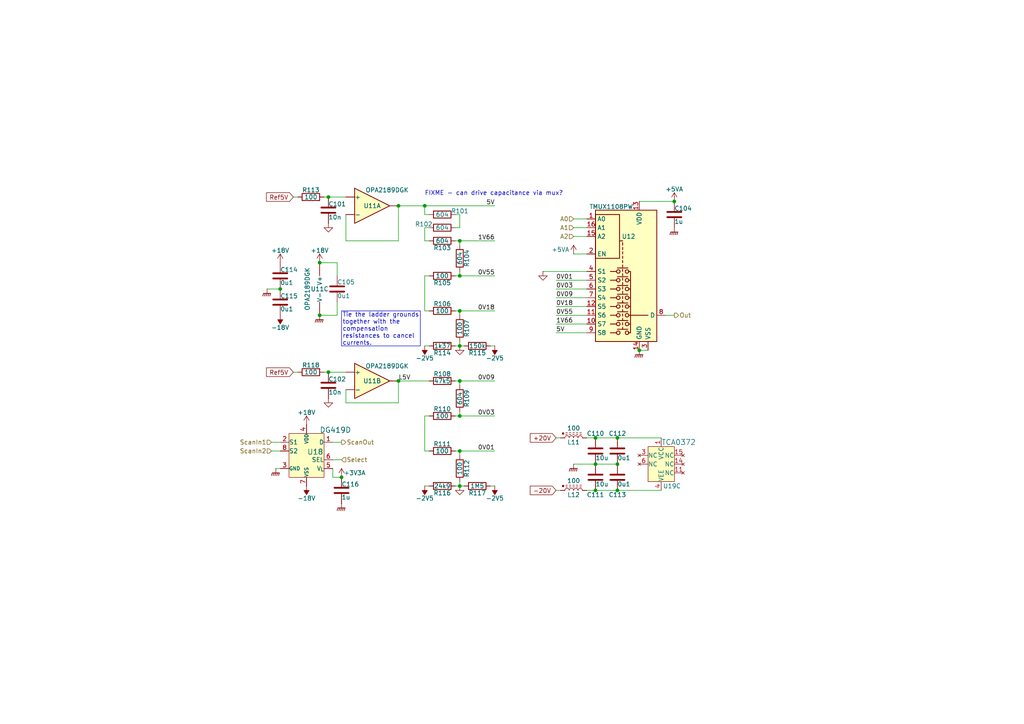
<source format=kicad_sch>
(kicad_sch (version 20250114) (generator "eeschema") (generator_version "9.0")
  (paper "A4")
  (title_block (title "Offset Voltage Generation"))
  (lib_symbols
    (symbol "Analog_Switch:TMUX1108PW"
      (property "Reference" "U" (at -10.16 16.51 0))
      (property "Value" "TMUX1108PW" (at 3.81 16.51 0))
      (symbol "TMUX1108PW_0_0"
        (pin power_in line (at 5.08 -20.32 90) (length 2.54) (name "GND") (number "14"))
      )
      (symbol "TMUX1108PW_0_1"
        (rectangle (start -7.62 20.32) (end 10.16 -17.78) (stroke (width 0.254)) (fill (type background)))
        (rectangle (start -7.62 6.35) (end -0.635 19.05) (stroke (width 0.254)))
        (polyline (pts (xy -1.524 2.54) (xy -3.302 2.54)) (stroke (width 0.254)))
        (polyline (pts (xy -1.524 0) (xy -3.302 0)) (stroke (width 0.254)))
        (polyline (pts (xy -1.524 -2.54) (xy -3.302 -2.54)) (stroke (width 0.254)))
        (polyline (pts (xy -1.524 -5.08) (xy -3.302 -5.08)) (stroke (width 0.254)))
        (polyline (pts (xy -1.524 -7.62) (xy -3.302 -7.62)) (stroke (width 0.254)))
        (polyline (pts (xy -1.524 -10.16) (xy -3.302 -10.16)) (stroke (width 0.254)))
        (polyline (pts (xy -1.524 -12.7) (xy -3.302 -12.7)) (stroke (width 0.254)))
        (polyline (pts (xy -1.524 -15.24) (xy -3.302 -15.24)) (stroke (width 0.254)))
        (polyline (pts (xy -1.27 3.556) (xy 1.778 3.556)) (stroke (width 0.254)))
        (polyline (pts (xy -1.27 1.016) (xy 1.778 1.016)) (stroke (width 0.254)))
        (polyline (pts (xy -1.27 -1.524) (xy 1.778 -1.524)) (stroke (width 0.254)))
        (polyline (pts (xy -1.27 -4.064) (xy 1.778 -4.064)) (stroke (width 0.254)))
        (polyline (pts (xy -1.27 -6.604) (xy 1.778 -6.604)) (stroke (width 0.254)))
        (polyline (pts (xy -1.27 -9.144) (xy 1.778 -9.144)) (stroke (width 0.254)))
        (polyline (pts (xy -1.27 -11.684) (xy 1.778 -11.684)) (stroke (width 0.254)))
        (polyline (pts (xy -1.27 -14.224) (xy 1.778 -14.224)) (stroke (width 0.254)))
        (circle (center -1.016 2.54) (radius 0.508) (stroke (width 0.254)))
        (circle (center -1.016 0) (radius 0.508) (stroke (width 0.254)))
        (circle (center -1.016 -2.54) (radius 0.508) (stroke (width 0.254)))
        (circle (center -1.016 -5.08) (radius 0.508) (stroke (width 0.254)))
        (circle (center -1.016 -7.62) (radius 0.508) (stroke (width 0.254)))
        (circle (center -1.016 -10.16) (radius 0.508) (stroke (width 0.254)))
        (circle (center -1.016 -12.7) (radius 0.508) (stroke (width 0.254)))
        (circle (center -1.016 -15.24) (radius 0.508) (stroke (width 0.254)))
        (polyline (pts (xy -0.635 11.43) (xy 0 11.43)) (stroke (width 0.254)))
        (polyline (pts (xy 0.254 11.43) (xy 0 11.43)) (stroke (width 0.254)))
        (polyline (pts (xy 0.254 10.16) (xy 0.254 10.922)) (stroke (width 0.254)))
        (polyline (pts (xy 0.254 8.89) (xy 0.254 9.525)) (stroke (width 0.254)))
        (polyline (pts (xy 0.254 7.62) (xy 0.254 8.255)) (stroke (width 0.254)))
        (polyline (pts (xy 0.254 6.35) (xy 0.254 6.985)) (stroke (width 0.254)))
        (polyline (pts (xy 0.254 5.08) (xy 0.254 5.715)) (stroke (width 0.254)))
        (polyline (pts (xy 0.254 3.81) (xy 0.254 4.445)) (stroke (width 0.254)))
        (polyline (pts (xy 0.254 2.54) (xy 0.254 3.175)) (stroke (width 0.254)))
        (polyline (pts (xy 0.254 1.27) (xy 0.254 1.905)) (stroke (width 0.254)))
        (polyline (pts (xy 0.254 0) (xy 0.254 0.635)) (stroke (width 0.254)))
        (polyline (pts (xy 0.254 -1.27) (xy 0.254 -0.635)) (stroke (width 0.254)))
        (polyline (pts (xy 0.254 -2.54) (xy 0.254 -1.905)) (stroke (width 0.254)))
        (polyline (pts (xy 0.254 -3.81) (xy 0.254 -3.175)) (stroke (width 0.254)))
        (polyline (pts (xy 0.254 -5.334) (xy 0.254 -4.699)) (stroke (width 0.254)))
        (polyline (pts (xy 0.254 -6.604) (xy 0.254 -5.969)) (stroke (width 0.254)))
        (polyline (pts (xy 0.254 -6.604) (xy 0.254 -5.969)) (stroke (width 0.254)))
        (polyline (pts (xy 0.254 -7.874) (xy 0.254 -7.239)) (stroke (width 0.254)))
        (polyline (pts (xy 0.254 -9.144) (xy 0.254 -8.509)) (stroke (width 0.254)))
        (polyline (pts (xy 0.254 -10.414) (xy 0.254 -9.779)) (stroke (width 0.254)))
        (polyline (pts (xy 0.254 -11.684) (xy 0.254 -11.049)) (stroke (width 0.254)))
        (polyline (pts (xy 0.254 -12.954) (xy 0.254 -12.319)) (stroke (width 0.254)))
        (polyline (pts (xy 0.254 -14.224) (xy 0.254 -13.589)) (stroke (width 0.254)))
        (circle (center 1.524 2.54) (radius 0.508) (stroke (width 0.254)))
        (circle (center 1.524 0) (radius 0.508) (stroke (width 0.254)))
        (circle (center 1.524 -2.54) (radius 0.508) (stroke (width 0.254)))
        (circle (center 1.524 -5.08) (radius 0.508) (stroke (width 0.254)))
        (circle (center 1.524 -7.62) (radius 0.508) (stroke (width 0.254)))
        (circle (center 1.524 -10.16) (radius 0.508) (stroke (width 0.254)))
        (circle (center 1.524 -12.7) (radius 0.508) (stroke (width 0.254)))
        (circle (center 1.524 -15.24) (radius 0.508) (stroke (width 0.254)))
        (polyline (pts (xy 1.905 2.54) (xy 2.54 2.54) (xy 2.54 -15.24) (xy 1.905 -15.24)) (stroke (width 0.254)))
        (polyline (pts (xy 2.032 0) (xy 2.54 0)) (stroke (width 0.254)))
        (polyline (pts (xy 2.032 -2.54) (xy 2.54 -2.54)) (stroke (width 0.254)))
        (polyline (pts (xy 2.032 -5.08) (xy 2.54 -5.08)) (stroke (width 0.254)))
        (polyline (pts (xy 2.032 -7.62) (xy 2.54 -7.62)) (stroke (width 0.254)))
        (polyline (pts (xy 2.032 -10.16) (xy 2.54 -10.16)) (stroke (width 0.254)))
        (polyline (pts (xy 2.032 -12.7) (xy 2.54 -12.7)) (stroke (width 0.254)))
        (polyline (pts (xy 2.54 -10.16) (xy 7.62 -10.16)) (stroke (width 0.254)))
      )
      (symbol "TMUX1108PW_1_1"
        (pin input line (at -10.16 17.78 0) (length 2.54) (name "A0") (number "1"))
        (pin input line (at -10.16 15.24 0) (length 2.54) (name "A1") (number "16"))
        (pin input line (at -10.16 12.7 0) (length 2.54) (name "A2") (number "15"))
        (pin input line (at -10.16 7.62 0) (length 2.54) (name "EN") (number "2"))
        (pin bidirectional line (at -10.16 2.54 0) (length 2.54) (name "S1") (number "4"))
        (pin bidirectional line (at -10.16 0 0) (length 2.54) (name "S2") (number "5"))
        (pin bidirectional line (at -10.16 -2.54 0) (length 2.54) (name "S3") (number "6"))
        (pin bidirectional line (at -10.16 -5.08 0) (length 2.54) (name "S4") (number "7"))
        (pin bidirectional line (at -10.16 -7.62 0) (length 2.54) (name "S5") (number "12"))
        (pin bidirectional line (at -10.16 -10.16 0) (length 2.54) (name "S6") (number "11"))
        (pin bidirectional line (at -10.16 -12.7 0) (length 2.54) (name "S7") (number "10"))
        (pin bidirectional line (at -10.16 -15.24 0) (length 2.54) (name "S8") (number "9"))
        (pin power_in line (at 5.08 22.86 270) (length 2.54) (name "VDD") (number "13"))
        (pin power_in line (at 7.62 -20.32 90) (length 2.54) (name "VSS") (number "3"))
        (pin bidirectional line (at 12.7 -10.16 180) (length 2.54) (name "D") (number "8"))
      )
    )
    (symbol "Device:C" (pin_numbers (hide yes)) (pin_names (offset 0.254))
      (property "Reference" "C" (at 0.635 2.54 0))
      (property "Value" "C" (at 0.635 -2.54 0))
      (symbol "C_0_1"
        (polyline (pts (xy -2.032 0.762) (xy 2.032 0.762)) (stroke (width 0.508)))
        (polyline (pts (xy -2.032 -0.762) (xy 2.032 -0.762)) (stroke (width 0.508)))
      )
      (symbol "C_1_1"
        (pin passive line (at 0 3.81 270) (length 2.794) (name "~") (number "1"))
        (pin passive line (at 0 -3.81 90) (length 2.794) (name "~") (number "2"))
      )
    )
    (symbol "Device:R" (pin_numbers (hide yes)) (pin_names (offset 0))
      (property "Reference" "R" (at 2.032 0 90))
      (property "Value" "R" (at 0 0 90))
      (symbol "R_0_1"
        (rectangle (start -1.016 -2.54) (end 1.016 2.54) (stroke (width 0.254)))
      )
      (symbol "R_1_1"
        (pin passive line (at 0 3.81 270) (length 1.27) (name "~") (number "1"))
        (pin passive line (at 0 -3.81 90) (length 1.27) (name "~") (number "2"))
      )
    )
    (symbol "Parts:+18V" (power) (pin_numbers (hide yes)) (pin_names (offset 0) (hide yes))
      (property "Value" "+18V" (at 0 3.556 0))
      (symbol "+18V_0_1"
        (polyline (pts (xy -0.762 1.27) (xy 0 2.54)))
        (polyline (pts (xy 0 2.54) (xy 0.762 1.27)))
        (polyline (pts (xy 0 0) (xy 0 2.54)))
      )
      (symbol "+18V_1_1"
        (pin power_in line (at 0 0 90) (length 0) (name "~") (number "1"))
      )
    )
    (symbol "Parts:+3V3A" (power) (pin_numbers (hide yes)) (pin_names (offset 0) (hide yes))
      (property "Value" "+3V3A" (at 0 3.556 0))
      (symbol "+3V3A_0_1"
        (polyline (pts (xy -0.762 1.27) (xy 0 2.54)))
        (polyline (pts (xy 0 2.54) (xy 0.762 1.27)))
        (polyline (pts (xy 0 0) (xy 0 2.54)))
      )
      (symbol "+3V3A_1_1"
        (pin power_in line (at 0 0 90) (length 0) (name "~") (number "1"))
      )
    )
    (symbol "Parts:-18V" (power) (pin_numbers (hide yes)) (pin_names (offset 0) (hide yes))
      (property "Value" "-18V" (at 0 -3.556 0))
      (symbol "-18V_0_0"
        (pin power_in line (at 0 0 270) (length 0) (name "~") (number "1"))
      )
      (symbol "-18V_0_1"
        (polyline (pts (xy 0 0) (xy 0 -1.27) (xy -0.762 -1.27) (xy 0 -2.54) (xy 0.762 -1.27) (xy 0 -1.27)) (fill (type outline)))
      )
    )
    (symbol "Parts:DG419" (pin_names (offset 0.002))
      (property "Reference" "U" (at 0 0 0))
      (property "Value" "DG419D" (at 8.636 7.62 0))
      (symbol "DG419_0_1"
        (pin bidirectional line (at -7.62 3.81 0) (length 2.54) (name "D") (number "1"))
        (pin power_in line (at 0 8.89 270) (length 2.54) (name "VDD") (number "4"))
        (pin power_in line (at 0 -8.89 90) (length 2.54) (name "VSS") (number "7"))
        (pin bidirectional line (at 7.62 3.81 180) (length 2.54) (name "S1") (number "2"))
        (pin bidirectional line (at 7.62 1.27 180) (length 2.54) (name "S2") (number "8"))
        (pin power_in line (at 7.62 -3.81 180) (length 2.54) (name "GND") (number "3"))
      )
      (symbol "DG419_1_1"
        (rectangle (start -5.08 6.35) (end 5.08 -6.35) (fill (type background)))
        (pin input line (at -7.62 -1.27 0) (length 2.54) (name "SEL") (number "6"))
        (pin input line (at -7.62 -3.81 0) (length 2.54) (name "V_{L}") (number "5"))
      )
    )
    (symbol "Parts:L_Ferrite_Power" (pin_numbers (hide yes)) (pin_names (offset 1.016) (hide yes))
      (property "Reference" "L" (at -1.27 0 90))
      (property "Value" "L_Ferrite_Power" (at 2.794 0 90))
      (symbol "L_Ferrite_Power_0_1"
        (arc (start 0 2.54) (mid 0.6323 1.905) (end 0 1.27))
        (arc (start 0 1.27) (mid 0.6323 0.635) (end 0 0))
        (arc (start 0 0) (mid 0.6323 -0.635) (end 0 -1.27))
        (arc (start 0 -1.27) (mid 0.6323 -1.905) (end 0 -2.54))
        (polyline (pts (xy 1.016 1.778) (xy 1.016 2.286)))
        (polyline (pts (xy 1.016 0.762) (xy 1.016 1.27)))
        (polyline (pts (xy 1.016 -0.254) (xy 1.016 0.254)))
        (polyline (pts (xy 1.016 -1.27) (xy 1.016 -0.762)))
        (polyline (pts (xy 1.016 -2.286) (xy 1.016 -1.778)))
        (circle (center 1.27 3.048) (radius 0.254) (fill (type outline)))
        (polyline (pts (xy 1.524 2.286) (xy 1.524 1.778)))
        (polyline (pts (xy 1.524 1.27) (xy 1.524 0.762)))
        (polyline (pts (xy 1.524 0.254) (xy 1.524 -0.254)))
        (polyline (pts (xy 1.524 -0.762) (xy 1.524 -1.27)))
        (polyline (pts (xy 1.524 -1.778) (xy 1.524 -2.286)))
      )
      (symbol "L_Ferrite_Power_1_1"
        (pin power_in line (at 0 3.81 270) (length 1.27) (name "1") (number "1"))
        (pin power_out line (at 0 -3.81 90) (length 1.27) (name "2") (number "2"))
      )
    )
    (symbol "Parts:OPA2189DGK" (pin_numbers (hide yes)) (pin_names (offset 0.002))
      (property "Reference" "U" (at 0 0 0))
      (property "Value" "OPA2189DGK" (at 4.064 -4.318 0))
      (symbol "OPA2189DGK_1_1"
        (unit_name "A")
        (polyline (pts (xy -5.08 5.08) (xy 5.08 0) (xy -5.08 -5.08) (xy -5.08 5.08)) (stroke (width 0.254)) (fill (type background)))
        (pin input line (at -7.62 2.54 0) (length 2.54) (name "+") (number "3"))
        (pin input line (at -7.62 -2.54 0) (length 2.54) (name "-") (number "2"))
        (pin output line (at 7.62 0 180) (length 2.54) (name "~") (number "1"))
      )
      (symbol "OPA2189DGK_2_1"
        (unit_name "B")
        (polyline (pts (xy -5.08 5.08) (xy 5.08 0) (xy -5.08 -5.08) (xy -5.08 5.08)) (stroke (width 0.254)) (fill (type background)))
        (pin input line (at -7.62 2.54 0) (length 2.54) (name "+") (number "5"))
        (pin input line (at -7.62 -2.54 0) (length 2.54) (name "-") (number "6"))
        (pin output line (at 7.62 0 180) (length 2.54) (name "~") (number "7"))
      )
      (symbol "OPA2189DGK_3_1"
        (unit_name "Power")
        (pin power_in line (at 0 7.62 270) (length 3.81) (name "V+") (number "8"))
        (pin power_in line (at 0 -7.62 90) (length 3.81) (name "V-") (number "4"))
      )
    )
    (symbol "Parts:TCA0372" (pin_names (offset 0.002))
      (property "Reference" "U" (at -1.27 0 0))
      (property "Value" "TCA0372" (at 0 5.842 0))
      (symbol "TCA0372_1_1"
        (polyline (pts (xy -5.08 5.08) (xy -5.08 -5.08) (xy 5.08 0) (xy -5.08 5.08)) (fill (type background)))
        (pin input line (at -7.62 2.54 0) (length 2.54) (name "+") (number "9"))
        (pin input line (at -7.62 -2.54 0) (length 2.54) (name "-") (number "10"))
        (pin output line (at 7.62 0 180) (length 2.54) (name "") (number "16"))
      )
      (symbol "TCA0372_2_1"
        (polyline (pts (xy -5.08 5.08) (xy 5.08 0) (xy -5.08 -5.08) (xy -5.08 5.08)) (fill (type background)))
        (pin input line (at -7.62 2.54 0) (length 2.54) (name "+") (number "8"))
        (pin input line (at -7.62 -2.54 0) (length 2.54) (name "-") (number "7"))
        (pin output line (at 7.62 0 180) (length 2.54) (name "") (number "2"))
      )
      (symbol "TCA0372_3_1"
        (rectangle (start -3.81 5.08) (end 3.81 -5.08) (fill (type background)))
        (pin no_connect line (at -6.35 2.54 0) (length 2.54) (name "NC") (number "3"))
        (pin no_connect line (at -6.35 0 0) (length 2.54) (name "NC") (number "6"))
        (pin power_in line (at 0 7.62 270) (length 2.54) (name "VCC") (number "1"))
        (pin passive line (at 0 -7.62 90) (length 2.54) (hide yes) (name "VEE") (number "12"))
        (pin passive line (at 0 -7.62 90) (length 2.54) (hide yes) (name "VEE") (number "13"))
        (pin power_in line (at 0 -7.62 90) (length 2.54) (name "VEE") (number "4"))
        (pin passive line (at 0 -7.62 90) (length 2.54) (hide yes) (name "VEE") (number "5"))
        (pin no_connect line (at 6.35 2.54 180) (length 2.54) (name "NC") (number "15"))
        (pin no_connect line (at 6.35 0 180) (length 2.54) (name "NC") (number "14"))
        (pin no_connect line (at 6.35 -2.54 180) (length 2.54) (name "NC") (number "11"))
      )
    )
    (symbol "power:+5VA" (power) (pin_numbers (hide yes)) (pin_names (offset 0) (hide yes))
      (property "Value" "+5VA" (at 0 3.556 0))
      (symbol "+5VA_0_1"
        (polyline (pts (xy -0.762 1.27) (xy 0 2.54)))
        (polyline (pts (xy 0 2.54) (xy 0.762 1.27)))
        (polyline (pts (xy 0 0) (xy 0 2.54)))
      )
      (symbol "+5VA_1_1"
        (pin power_in line (at 0 0 90) (length 0) (name "~") (number "1"))
      )
    )
    (symbol "power:-2V5" (power) (pin_numbers (hide yes)) (pin_names (offset 0) (hide yes))
      (property "Value" "-2V5" (at 0 3.556 0))
      (symbol "-2V5_0_0"
        (pin power_in line (at 0 0 90) (length 0) (name "~") (number "1"))
      )
      (symbol "-2V5_0_1"
        (polyline (pts (xy 0 0) (xy 0 1.27) (xy 0.762 1.27) (xy 0 2.54) (xy -0.762 1.27) (xy 0 1.27)) (fill (type outline)))
      )
    )
    (symbol "power:GND" (power) (pin_numbers (hide yes)) (pin_names (offset 0) (hide yes))
      (property "Value" "GND" (at 0 -3.81 0))
      (symbol "GND_0_1"
        (polyline (pts (xy 0 0) (xy 0 -1.27) (xy 1.27 -1.27) (xy 0 -2.54) (xy -1.27 -1.27) (xy 0 -1.27)))
      )
      (symbol "GND_1_1"
        (pin power_in line (at 0 0 270) (length 0) (name "~") (number "1"))
      )
    )
    (symbol "power:GNDPWR" (power) (pin_numbers (hide yes)) (pin_names (offset 0) (hide yes))
      (property "Value" "GNDPWR" (at 0 -3.302 0))
      (symbol "GNDPWR_0_1"
        (polyline (pts (xy -1.016 -1.27) (xy -1.27 -2.032) (xy -1.27 -2.032)) (stroke (width 0.2032)))
        (polyline (pts (xy -0.508 -1.27) (xy -0.762 -2.032) (xy -0.762 -2.032)) (stroke (width 0.2032)))
        (polyline (pts (xy 0 -1.27) (xy 0 0)))
        (polyline (pts (xy 0 -1.27) (xy -0.254 -2.032) (xy -0.254 -2.032)) (stroke (width 0.2032)))
        (polyline (pts (xy 0.508 -1.27) (xy 0.254 -2.032) (xy 0.254 -2.032)) (stroke (width 0.2032)))
        (polyline (pts (xy 1.016 -1.27) (xy -1.016 -1.27) (xy -1.016 -1.27)) (stroke (width 0.2032)))
        (polyline (pts (xy 1.016 -1.27) (xy 0.762 -2.032) (xy 0.762 -2.032) (xy 0.762 -2.032)) (stroke (width 0.2032)))
      )
      (symbol "GNDPWR_1_1"
        (pin power_in line (at 0 0 270) (length 0) (name "~") (number "1"))
      )
    )
  )
  (text "FIXME - can drive capacitance via mux?\n" (at 143.256 56.134 0) (effects (font (size 1.27 1.27))))
  (text_box "Tie the ladder grounds together with the compensation resistances to cancel currents." (at 99.06 90.17 0) (size 22.86 10.16) (margins 0.254 0.254 0.254 0.254) (effects (font (size 1.27 1.27)) (justify left)))
  (junction (at 115.57 110.49))
  (junction (at 123.19 59.69))
  (junction (at 133.35 140.97))
  (junction (at 172.72 142.24))
  (junction (at 179.07 134.62))
  (junction (at 133.35 80.01))
  (junction (at 133.35 120.65))
  (junction (at 115.57 59.69))
  (junction (at 172.72 134.62))
  (junction (at 133.35 100.33))
  (junction (at 195.58 58.42))
  (junction (at 92.71 91.44))
  (junction (at 179.07 142.24))
  (junction (at 81.28 83.82))
  (junction (at 99.06 138.43))
  (junction (at 133.35 90.17))
  (junction (at 179.07 127))
  (junction (at 133.35 110.49))
  (junction (at 92.71 76.2))
  (junction (at 133.35 130.81))
  (junction (at 95.25 107.95))
  (junction (at 172.72 127))
  (junction (at 95.25 57.15))
  (junction (at 133.35 69.85))
  (junction (at 185.42 101.6))
  (wire (pts (xy 142.24 140.97) (xy 143.51 140.97)))
  (wire (pts (xy 170.18 86.36) (xy 161.29 86.36)))
  (wire (pts (xy 123.19 69.85) (xy 124.46 69.85)))
  (wire (pts (xy 100.33 113.03) (xy 100.33 116.84)))
  (wire (pts (xy 78.74 128.27) (xy 81.28 128.27)))
  (wire (pts (xy 123.19 80.01) (xy 124.46 80.01)))
  (wire (pts (xy 78.74 130.81) (xy 81.28 130.81)))
  (wire (pts (xy 132.08 110.49) (xy 133.35 110.49)))
  (wire (pts (xy 123.19 62.23) (xy 124.46 62.23)))
  (wire (pts (xy 97.79 87.63) (xy 97.79 91.44)))
  (wire (pts (xy 133.35 80.01) (xy 143.51 80.01)))
  (wire (pts (xy 179.07 127) (xy 191.77 127)))
  (wire (pts (xy 115.57 110.49) (xy 124.46 110.49)))
  (wire (pts (xy 166.37 134.62) (xy 172.72 134.62)))
  (wire (pts (xy 166.37 68.58) (xy 170.18 68.58)))
  (wire (pts (xy 123.19 90.17) (xy 124.46 90.17)))
  (wire (pts (xy 133.35 69.85) (xy 133.35 71.12)))
  (wire (pts (xy 132.08 90.17) (xy 133.35 90.17)))
  (wire (pts (xy 123.19 130.81) (xy 124.46 130.81)))
  (wire (pts (xy 170.18 127) (xy 172.72 127)))
  (wire (pts (xy 132.08 140.97) (xy 133.35 140.97)))
  (wire (pts (xy 97.79 80.01) (xy 97.79 76.2)))
  (wire (pts (xy 123.19 59.69) (xy 143.51 59.69)))
  (wire (pts (xy 123.19 66.04) (xy 123.19 69.85)))
  (wire (pts (xy 172.72 134.62) (xy 179.07 134.62)))
  (wire (pts (xy 93.98 57.15) (xy 95.25 57.15)))
  (wire (pts (xy 132.08 100.33) (xy 133.35 100.33)))
  (wire (pts (xy 179.07 142.24) (xy 191.77 142.24)))
  (wire (pts (xy 133.35 62.23) (xy 133.35 66.04)))
  (wire (pts (xy 133.35 90.17) (xy 133.35 91.44)))
  (wire (pts (xy 133.35 110.49) (xy 133.35 111.76)))
  (wire (pts (xy 166.37 63.5) (xy 170.18 63.5)))
  (wire (pts (xy 172.72 142.24) (xy 179.07 142.24)))
  (wire (pts (xy 132.08 130.81) (xy 133.35 130.81)))
  (wire (pts (xy 170.18 93.98) (xy 161.29 93.98)))
  (wire (pts (xy 193.04 91.44) (xy 195.58 91.44)))
  (wire (pts (xy 170.18 91.44) (xy 161.29 91.44)))
  (wire (pts (xy 115.57 59.69) (xy 123.19 59.69)))
  (wire (pts (xy 166.37 66.04) (xy 170.18 66.04)))
  (wire (pts (xy 100.33 69.85) (xy 115.57 69.85)))
  (wire (pts (xy 170.18 81.28) (xy 161.29 81.28)))
  (wire (pts (xy 123.19 66.04) (xy 124.46 66.04)))
  (wire (pts (xy 96.52 135.89) (xy 96.52 138.43)))
  (wire (pts (xy 97.79 91.44) (xy 92.71 91.44)))
  (wire (pts (xy 99.06 138.43) (xy 96.52 138.43)))
  (wire (pts (xy 115.57 116.84) (xy 100.33 116.84)))
  (wire (pts (xy 133.35 69.85) (xy 143.51 69.85)))
  (wire (pts (xy 170.18 96.52) (xy 161.29 96.52)))
  (wire (pts (xy 123.19 100.33) (xy 124.46 100.33)))
  (wire (pts (xy 81.28 83.82) (xy 77.47 83.82)))
  (wire (pts (xy 166.37 73.66) (xy 170.18 73.66)))
  (wire (pts (xy 133.35 130.81) (xy 133.35 132.08)))
  (wire (pts (xy 95.25 57.15) (xy 100.33 57.15)))
  (wire (pts (xy 172.72 127) (xy 179.07 127)))
  (wire (pts (xy 123.19 120.65) (xy 123.19 130.81)))
  (wire (pts (xy 133.35 119.38) (xy 133.35 120.65)))
  (wire (pts (xy 133.35 139.7) (xy 133.35 140.97)))
  (wire (pts (xy 133.35 78.74) (xy 133.35 80.01)))
  (wire (pts (xy 170.18 88.9) (xy 161.29 88.9)))
  (wire (pts (xy 96.52 128.27) (xy 99.06 128.27)))
  (wire (pts (xy 133.35 110.49) (xy 143.51 110.49)))
  (wire (pts (xy 133.35 140.97) (xy 134.62 140.97)))
  (wire (pts (xy 161.29 142.24) (xy 162.56 142.24)))
  (wire (pts (xy 132.08 69.85) (xy 133.35 69.85)))
  (wire (pts (xy 133.35 120.65) (xy 143.51 120.65)))
  (wire (pts (xy 133.35 66.04) (xy 132.08 66.04)))
  (wire (pts (xy 132.08 80.01) (xy 133.35 80.01)))
  (wire (pts (xy 132.08 120.65) (xy 133.35 120.65)))
  (wire (pts (xy 123.19 80.01) (xy 123.19 90.17)))
  (wire (pts (xy 170.18 83.82) (xy 161.29 83.82)))
  (wire (pts (xy 99.06 133.35) (xy 96.52 133.35)))
  (wire (pts (xy 123.19 140.97) (xy 124.46 140.97)))
  (wire (pts (xy 95.25 107.95) (xy 100.33 107.95)))
  (wire (pts (xy 97.79 76.2) (xy 92.71 76.2)))
  (wire (pts (xy 133.35 62.23) (xy 132.08 62.23)))
  (wire (pts (xy 100.33 62.23) (xy 100.33 69.85)))
  (wire (pts (xy 85.09 107.95) (xy 86.36 107.95)))
  (wire (pts (xy 115.57 69.85) (xy 115.57 59.69)))
  (wire (pts (xy 157.48 78.74) (xy 170.18 78.74)))
  (wire (pts (xy 123.19 120.65) (xy 124.46 120.65)))
  (wire (pts (xy 115.57 110.49) (xy 115.57 116.84)))
  (wire (pts (xy 123.19 59.69) (xy 123.19 62.23)))
  (wire (pts (xy 142.24 100.33) (xy 143.51 100.33)))
  (wire (pts (xy 133.35 90.17) (xy 143.51 90.17)))
  (wire (pts (xy 133.35 100.33) (xy 134.62 100.33)))
  (wire (pts (xy 170.18 142.24) (xy 172.72 142.24)))
  (wire (pts (xy 161.29 127) (xy 162.56 127)))
  (wire (pts (xy 80.01 135.89) (xy 81.28 135.89)))
  (wire (pts (xy 85.09 57.15) (xy 86.36 57.15)))
  (wire (pts (xy 185.42 58.42) (xy 195.58 58.42)))
  (wire (pts (xy 133.35 99.06) (xy 133.35 100.33)))
  (wire (pts (xy 133.35 130.81) (xy 143.51 130.81)))
  (wire (pts (xy 185.42 101.6) (xy 187.96 101.6)))
  (wire (pts (xy 93.98 107.95) (xy 95.25 107.95)))
  (label "0V55" (at 161.29 91.44 0))
  (label "L5V" (at 115.57 110.49 0))
  (label "0V09" (at 161.29 86.36 0))
  (label "0V03" (at 161.29 83.82 0))
  (label "0V03" (at 143.51 120.65 180))
  (label "0V18" (at 161.29 88.9 0))
  (label "0V09" (at 143.51 110.49 180))
  (label "5V" (at 143.51 59.69 180))
  (label "0V01" (at 143.51 130.81 180))
  (label "5V" (at 161.29 96.52 0))
  (label "0V18" (at 143.51 90.17 180))
  (label "1V66" (at 161.29 93.98 0))
  (label "0V01" (at 161.29 81.28 0))
  (label "0V55" (at 143.51 80.01 180))
  (label "1V66" (at 143.51 69.85 180))
  (global_label "-20V" (shape input) (at 161.29 142.24 180) (property "Intersheetrefs" "${INTERSHEET_REFS}" (at 154.7488 142.24 0) (effects (justify right))))
  (global_label "Ref5V" (shape input) (at 85.09 57.15 180) (property "Intersheetrefs" "${INTERSHEET_REFS}" (at 78.486 57.15 0) (effects (justify right))))
  (global_label "Ref5V" (shape input) (at 85.09 107.95 180) (property "Intersheetrefs" "${INTERSHEET_REFS}" (at 78.486 107.95 0) (effects (justify right))))
  (global_label "+20V" (shape input) (at 161.29 127 180) (property "Intersheetrefs" "${INTERSHEET_REFS}" (at 154.7488 127 0) (effects (justify right))))
  (hierarchical_label "ScanOut" (shape output) (at 99.06 128.27 0))
  (hierarchical_label "ScanIn2" (shape input) (at 78.74 130.81 180))
  (hierarchical_label "ScanIn1" (shape input) (at 78.74 128.27 180))
  (hierarchical_label "Select" (shape input) (at 99.06 133.35 0))
  (hierarchical_label "A1" (shape input) (at 166.37 66.04 180))
  (hierarchical_label "Out" (shape output) (at 195.58 91.44 0))
  (hierarchical_label "A2" (shape input) (at 166.37 68.58 180))
  (hierarchical_label "A0" (shape input) (at 166.37 63.5 180))
  (symbol (lib_id "Device:C") (at 81.28 80.01 0) (unit 1)
    (property "Reference" "C114" (at 81.28 78.232 0) (effects (justify left)))
    (property "Value" "0u1" (at 81.28 81.28 0) (effects (justify left top)))
    (property "Footprint" "Capacitor_SMD:C_0402_1005Metric" (effects (hide yes)))
    (property "Datasheet" "50V" (effects (hide yes)))
    (property "Description" "Unpolarized capacitor" (effects (hide yes)))
    (property "LCSC" "C307331" (effects (hide yes)))
  )
  (symbol (lib_id "power:GNDPWR") (at 166.37 134.62 0) (unit 1)
    (property "Reference" "#PWR086" (effects (hide yes)))
    (property "Value" "GNDPWR" (effects (hide yes)))
    (property "Description" "Power symbol creates a global label with name \"GNDPWR\" , global ground" (effects (hide yes)))
  )
  (symbol (lib_id "Device:R") (at 128.27 62.23 90) (unit 1) (in_bom no)
    (property "Reference" "R101" (at 130.81 61.214 90) (effects (justify right)))
    (property "Value" "604" (at 128.27 62.23 90))
    (property "Footprint" "Resistor_SMD:R_0603_1608Metric" (effects (hide yes)))
    (property "Datasheet" "0.1%, 10ppm/°C" (effects (hide yes)))
    (property "Description" "Resistor" (effects (hide yes)))
  )
  (symbol (lib_id "Device:R") (at 128.27 140.97 270) (mirror x) (unit 1) (in_bom no)
    (property "Reference" "R116" (at 128.27 143.002 90))
    (property "Value" "24k9" (at 128.27 140.97 90))
    (property "Footprint" "Resistor_SMD:R_0603_1608Metric" (effects (hide yes)))
    (property "Description" "Resistor" (effects (hide yes)))
    (property "Stock" "50" (effects (hide yes)))
  )
  (symbol (lib_id "Device:R") (at 128.27 110.49 90) (unit 1) (in_bom no)
    (property "Reference" "R108" (at 128.27 108.458 90))
    (property "Value" "47k5" (at 128.27 110.49 90))
    (property "Footprint" "Resistor_SMD:R_0603_1608Metric" (effects (hide yes)))
    (property "Datasheet" "0.1%, 10ppm/°C" (effects (hide yes)))
    (property "Description" "Resistor" (effects (hide yes)))
  )
  (symbol (lib_id "Parts:+18V") (at 92.71 76.2 0) (mirror y) (unit 1)
    (property "Reference" "#PWR0117" (effects (hide yes)))
    (property "Value" "+18V" (at 92.71 72.644 0))
    (property "Description" "Power symbol creates a global label with name {dblquote}+18V{dblquote}" (effects (hide yes)))
  )
  (symbol (lib_id "Parts:+18V") (at 81.28 76.2 0) (unit 1)
    (property "Reference" "#PWR0220" (effects (hide yes)))
    (property "Value" "+18V" (at 81.28 72.644 0))
    (property "Description" "Power symbol creates a global label with name {dblquote}+18V{dblquote}" (effects (hide yes)))
  )
  (symbol (lib_id "power:GNDPWR") (at 185.42 101.6 0) (unit 1)
    (property "Reference" "#PWR0124" (effects (hide yes)))
    (property "Value" "GNDPWR" (effects (hide yes)))
    (property "Description" "Power symbol creates a global label with name \"GNDPWR\" , global ground" (effects (hide yes)))
  )
  (symbol (lib_id "Device:C") (at 179.07 130.81 0) (unit 1)
    (property "Reference" "C112" (at 179.07 125.73 0))
    (property "Value" "0u1" (at 179.07 132.08 0) (effects (justify left top)))
    (property "Footprint" "Capacitor_SMD:C_0402_1005Metric" (effects (hide yes)))
    (property "Datasheet" "50V" (effects (hide yes)))
    (property "Description" "Unpolarized capacitor" (effects (hide yes)))
    (property "LCSC" "C307331" (effects (hide yes)))
  )
  (symbol (lib_id "Device:C") (at 95.25 60.96 0) (unit 1)
    (property "Reference" "C101" (at 95.25 59.182 0) (effects (justify left)))
    (property "Value" "10n" (at 95.25 62.992 0) (effects (justify left)))
    (property "Footprint" "Capacitor_SMD:C_0603_1608Metric" (effects (hide yes)))
    (property "Datasheet" "C0G, 25V" (effects (hide yes)))
    (property "Description" "Unpolarized capacitor" (effects (hide yes)))
    (property "LCSC" "C307500" (effects (hide yes)))
  )
  (symbol (lib_id "Analog_Switch:TMUX1108PW") (at 180.34 81.28 0) (unit 1) (in_bom no)
    (property "Reference" "U12" (at 180.34 68.58 0) (effects (justify left)))
    (property "Value" "TMUX1108PW" (at 183.642 59.944 0) (effects (justify right)))
    (property "Footprint" "Package_SO:TSSOP-16_4.4x5mm_P0.65mm" (effects (hide yes)))
    (property "Datasheet" "https://www.ti.com/lit/ds/symlink/tmux1108.pdf" (effects (hide yes)))
    (property "Description" "5V / ±2.5V, Low-Leakage-Current, 8:1 Precision Multiplexer, 2.5 Ohm Ron, 90Mhz, TSSOP-16" (effects (hide yes)))
    (property "LCSC" "C1021800" (effects (hide yes)))
    (property "Stock" "3" (effects (hide yes)))
  )
  (symbol (lib_id "Parts:-18V") (at 81.28 91.44 0) (unit 1)
    (property "Reference" "#PWR0221" (effects (hide yes)))
    (property "Value" "-18V" (at 81.28 94.996 0))
    (property "Description" "Power symbol creates a global label with name \"-18V\"" (effects (hide yes)))
  )
  (symbol (lib_id "Parts:-18V") (at 88.9 140.97 0) (unit 1)
    (property "Reference" "#PWR0224" (effects (hide yes)))
    (property "Value" "-18V" (at 88.9 144.526 0))
    (property "Description" "Power symbol creates a global label with name \"-18V\"" (effects (hide yes)))
  )
  (symbol (lib_id "Device:C") (at 81.28 87.63 0) (unit 1)
    (property "Reference" "C115" (at 81.28 85.852 0) (effects (justify left)))
    (property "Value" "0u1" (at 81.28 88.9 0) (effects (justify left top)))
    (property "Footprint" "Capacitor_SMD:C_0402_1005Metric" (effects (hide yes)))
    (property "Datasheet" "50V" (effects (hide yes)))
    (property "Description" "Unpolarized capacitor" (effects (hide yes)))
    (property "LCSC" "C307331" (effects (hide yes)))
  )
  (symbol (lib_id "Device:R") (at 128.27 80.01 270) (unit 1) (in_bom no)
    (property "Reference" "R105" (at 128.27 82.042 90))
    (property "Value" "100" (at 128.27 80.01 90))
    (property "Footprint" "Resistor_SMD:R_0603_1608Metric" (effects (hide yes)))
    (property "Datasheet" "0.1%, 10ppm/°C" (effects (hide yes)))
    (property "Description" "Resistor" (effects (hide yes)))
  )
  (symbol (lib_id "Device:R") (at 128.27 69.85 270) (unit 1) (in_bom no)
    (property "Reference" "R103" (at 128.27 71.882 90))
    (property "Value" "604" (at 128.27 69.85 90))
    (property "Footprint" "Resistor_SMD:R_0603_1608Metric" (effects (hide yes)))
    (property "Datasheet" "0.1%, 10ppm/°C" (effects (hide yes)))
    (property "Description" "Resistor" (effects (hide yes)))
  )
  (symbol (lib_id "power:GNDPWR") (at 99.06 146.05 0) (unit 1)
    (property "Reference" "#PWR0367" (effects (hide yes)))
    (property "Value" "GNDPWR" (effects (hide yes)))
    (property "Description" "Power symbol creates a global label with name \"GNDPWR\" , global ground" (effects (hide yes)))
  )
  (symbol (lib_id "Parts:+18V") (at 88.9 123.19 0) (unit 1)
    (property "Reference" "#PWR0223" (effects (hide yes)))
    (property "Value" "+18V" (at 88.9 119.634 0))
    (property "Description" "Power symbol creates a global label with name {dblquote}+18V{dblquote}" (effects (hide yes)))
  )
  (symbol (lib_id "power:GND") (at 95.25 115.57 0) (unit 1)
    (property "Reference" "#PWR0216" (effects (hide yes)))
    (property "Value" "GND" (effects (hide yes)))
    (property "Description" "Power symbol creates a global label with name \"GND\" , ground" (effects (hide yes)))
  )
  (symbol (lib_id "power:-2V5") (at 143.51 100.33 0) (mirror x) (unit 1)
    (property "Reference" "#PWR0323" (effects (hide yes)))
    (property "Value" "-2V5" (at 143.51 103.886 0))
    (property "Description" "Power symbol creates a global label with name \"-2V5\"" (effects (hide yes)))
  )
  (symbol (lib_id "Parts:OPA2189DGK") (at 92.71 83.82 0) (mirror y) (unit 3) (in_bom no)
    (property "Reference" "U11" (at 92.71 83.82 0))
    (property "Value" "OPA2189DGK" (at 89.154 83.82 90))
    (property "Footprint" "Parts:OPA2189" (effects (hide yes)))
    (property "Datasheet" "http://www.ti.com/lit/ds/symlink/opa189.pdf" (effects (hide yes)))
    (property "LCSC" "C881489" (effects (hide yes)))
    (property "Stock" "15" (effects (hide yes)))
  )
  (symbol (lib_id "Device:R") (at 128.27 90.17 270) (mirror x) (unit 1) (in_bom no)
    (property "Reference" "R106" (at 128.27 88.138 90))
    (property "Value" "100" (at 128.27 90.17 90))
    (property "Footprint" "Resistor_SMD:R_0603_1608Metric" (effects (hide yes)))
    (property "Datasheet" "0.1%, 10ppm/°C" (effects (hide yes)))
    (property "Description" "Resistor" (effects (hide yes)))
  )
  (symbol (lib_id "power:+5VA") (at 195.58 58.42 0) (unit 1)
    (property "Reference" "#PWR0362" (effects (hide yes)))
    (property "Value" "+5VA" (at 195.58 54.864 0))
    (property "Description" "Power symbol creates a global label with name \"+5VA\"" (effects (hide yes)))
  )
  (symbol (lib_id "Device:C") (at 97.79 83.82 0) (unit 1)
    (property "Reference" "C105" (at 97.79 82.55 0) (effects (justify left bottom)))
    (property "Value" "0u1" (at 97.79 85.09 0) (effects (justify left top)))
    (property "Footprint" "Capacitor_SMD:C_0402_1005Metric" (effects (hide yes)))
    (property "Datasheet" "50V" (effects (hide yes)))
    (property "Description" "Unpolarized capacitor" (effects (hide yes)))
    (property "LCSC" "C307331" (effects (hide yes)))
  )
  (symbol (lib_id "Device:R") (at 133.35 115.57 0) (unit 1) (in_bom no)
    (property "Reference" "R109" (at 135.382 115.57 90))
    (property "Value" "604" (at 133.35 115.57 90))
    (property "Footprint" "Resistor_SMD:R_0603_1608Metric" (effects (hide yes)))
    (property "Datasheet" "0.1%, 10ppm/°C" (effects (hide yes)))
    (property "Description" "Resistor" (effects (hide yes)))
  )
  (symbol (lib_id "Parts:DG419") (at 88.9 132.08 0) (mirror y) (unit 1) (in_bom no)
    (property "Reference" "U18" (at 91.44 131.064 0) (effects (font (size 1.524 1.524))))
    (property "Value" "DG419D" (at 97.282 124.714 0) (effects (font (size 1.524 1.524))))
    (property "Footprint" "Package_SO:SOIC-8_3.9x4.9mm_P1.27mm" (effects (hide yes)))
    (property "Datasheet" "https://www.ti.com/lit/gpn/tmux7219" (effects (hide yes)))
    (property "LCSC" "C2876423" (effects (hide yes)))
  )
  (symbol (lib_id "Device:C") (at 195.58 62.23 0) (unit 1)
    (property "Reference" "C104" (at 195.58 60.452 0) (effects (justify left)))
    (property "Value" "1u" (at 195.58 64.262 0) (effects (justify left)))
    (property "Footprint" "Capacitor_SMD:C_0402_1005Metric" (effects (hide yes)))
    (property "Datasheet" "25V" (effects (hide yes)))
    (property "Description" "Unpolarized capacitor" (effects (hide yes)))
    (property "LCSC" "C52923" (effects (hide yes)))
  )
  (symbol (lib_id "Parts:L_Ferrite_Power") (at 166.37 127 90) (unit 1)
    (property "Reference" "L11" (at 166.37 128.27 90))
    (property "Value" "100" (at 166.37 124.206 90))
    (property "Footprint" "Inductor_SMD:L_0603_1608Metric" (effects (hide yes)))
    (property "Datasheet" "2A / 50mΩ" (effects (hide yes)))
    (property "Description" "Inductor with ferrite core" (effects (hide yes)))
    (property "LCSC" "C14709" (effects (hide yes)))
  )
  (symbol (lib_id "power:-2V5") (at 123.19 140.97 0) (mirror x) (unit 1)
    (property "Reference" "#PWR0332" (effects (hide yes)))
    (property "Value" "-2V5" (at 123.19 144.526 0))
    (property "Description" "Power symbol creates a global label with name \"-2V5\"" (effects (hide yes)))
  )
  (symbol (lib_id "Device:C") (at 172.72 138.43 0) (unit 1)
    (property "Reference" "C111" (at 172.72 143.51 0))
    (property "Value" "10u" (at 172.72 139.7 0) (effects (justify left top)))
    (property "Footprint" "Capacitor_SMD:C_0805_2012Metric" (effects (hide yes)))
    (property "Datasheet" "50V" (effects (hide yes)))
    (property "Description" "Unpolarized capacitor" (effects (hide yes)))
    (property "LCSC" "C440198" (effects (hide yes)))
  )
  (symbol (lib_id "Device:C") (at 95.25 111.76 0) (unit 1)
    (property "Reference" "C102" (at 95.25 109.982 0) (effects (justify left)))
    (property "Value" "10n" (at 95.25 113.792 0) (effects (justify left)))
    (property "Footprint" "Capacitor_SMD:C_0603_1608Metric" (effects (hide yes)))
    (property "Datasheet" "C0G, 25V" (effects (hide yes)))
    (property "Description" "Unpolarized capacitor" (effects (hide yes)))
    (property "LCSC" "C307500" (effects (hide yes)))
  )
  (symbol (lib_id "Parts:L_Ferrite_Power") (at 166.37 142.24 90) (unit 1)
    (property "Reference" "L12" (at 166.37 143.51 90))
    (property "Value" "100" (at 166.37 139.446 90))
    (property "Footprint" "Inductor_SMD:L_0603_1608Metric" (effects (hide yes)))
    (property "Datasheet" "2A / 50mΩ" (effects (hide yes)))
    (property "Description" "Inductor with ferrite core" (effects (hide yes)))
    (property "LCSC" "C14709" (effects (hide yes)))
  )
  (symbol (lib_id "Parts:OPA2189DGK") (at 107.95 110.49 0) (unit 2) (in_bom no)
    (property "Reference" "U11" (at 107.95 110.49 0))
    (property "Value" "OPA2189DGK" (at 112.268 106.172 0))
    (property "Footprint" "Parts:OPA2189" (effects (hide yes)))
    (property "Datasheet" "http://www.ti.com/lit/ds/symlink/opa189.pdf" (effects (hide yes)))
    (property "LCSC" "C881489" (effects (hide yes)))
    (property "Stock" "15" (effects (hide yes)))
  )
  (symbol (lib_id "Device:R") (at 128.27 100.33 270) (mirror x) (unit 1) (in_bom no)
    (property "Reference" "R114" (at 128.27 102.362 90))
    (property "Value" "1k37" (at 128.27 100.33 90))
    (property "Footprint" "Resistor_SMD:R_0603_1608Metric" (effects (hide yes)))
    (property "Description" "Resistor" (effects (hide yes)))
    (property "Stock" "50" (effects (hide yes)))
  )
  (symbol (lib_id "Device:R") (at 128.27 130.81 270) (mirror x) (unit 1) (in_bom no)
    (property "Reference" "R111" (at 128.27 128.778 90))
    (property "Value" "100" (at 128.27 130.81 90))
    (property "Footprint" "Resistor_SMD:R_0603_1608Metric" (effects (hide yes)))
    (property "Datasheet" "0.1%, 10ppm/°C" (effects (hide yes)))
    (property "Description" "Resistor" (effects (hide yes)))
  )
  (symbol (lib_id "Device:R") (at 128.27 120.65 270) (mirror x) (unit 1) (in_bom no)
    (property "Reference" "R110" (at 128.27 118.618 90))
    (property "Value" "100" (at 128.27 120.65 90))
    (property "Footprint" "Resistor_SMD:R_0603_1608Metric" (effects (hide yes)))
    (property "Datasheet" "0.1%, 10ppm/°C" (effects (hide yes)))
    (property "Description" "Resistor" (effects (hide yes)))
  )
  (symbol (lib_id "Device:R") (at 133.35 95.25 0) (unit 1) (in_bom no)
    (property "Reference" "R107" (at 135.382 95.25 90))
    (property "Value" "100" (at 133.35 95.25 90))
    (property "Footprint" "Resistor_SMD:R_0603_1608Metric" (effects (hide yes)))
    (property "Datasheet" "0.1%, 10ppm/°C" (effects (hide yes)))
    (property "Description" "Resistor" (effects (hide yes)))
  )
  (symbol (lib_id "Device:C") (at 179.07 138.43 0) (unit 1)
    (property "Reference" "C113" (at 179.07 143.51 0))
    (property "Value" "0u1" (at 179.07 139.7 0) (effects (justify left top)))
    (property "Footprint" "Capacitor_SMD:C_0402_1005Metric" (effects (hide yes)))
    (property "Datasheet" "50V" (effects (hide yes)))
    (property "Description" "Unpolarized capacitor" (effects (hide yes)))
    (property "LCSC" "C307331" (effects (hide yes)))
  )
  (symbol (lib_id "power:+5VA") (at 166.37 73.66 0) (unit 1)
    (property "Reference" "#PWR0361" (effects (hide yes)))
    (property "Value" "+5VA" (at 162.56 72.39 0))
    (property "Description" "Power symbol creates a global label with name \"+5VA\"" (effects (hide yes)))
  )
  (symbol (lib_id "power:GNDPWR") (at 195.58 66.04 0) (unit 1)
    (property "Reference" "#PWR0103" (effects (hide yes)))
    (property "Value" "GNDPWR" (effects (hide yes)))
    (property "Description" "Power symbol creates a global label with name \"GNDPWR\" , global ground" (effects (hide yes)))
  )
  (symbol (lib_id "power:GNDPWR") (at 80.01 135.89 0) (unit 1)
    (property "Reference" "#PWR0225" (effects (hide yes)))
    (property "Value" "GNDPWR" (effects (hide yes)))
    (property "Description" "Power symbol creates a global label with name \"GNDPWR\" , global ground" (effects (hide yes)))
  )
  (symbol (lib_id "Parts:+3V3A") (at 99.06 138.43 0) (unit 1)
    (property "Reference" "#PWR0364" (effects (hide yes)))
    (property "Value" "+3V3A" (at 102.87 137.16 0))
    (property "Description" "Power symbol creates a global label with name {dblquote}+3V3A{dblquote}" (effects (hide yes)))
  )
  (symbol (lib_id "power:GNDPWR") (at 92.71 91.44 0) (unit 1)
    (property "Reference" "#PWR0118" (effects (hide yes)))
    (property "Value" "GNDPWR" (effects (hide yes)))
    (property "Description" "Power symbol creates a global label with name \"GNDPWR\" , global ground" (effects (hide yes)))
  )
  (symbol (lib_id "power:-2V5") (at 143.51 140.97 0) (mirror x) (unit 1)
    (property "Reference" "#PWR0333" (effects (hide yes)))
    (property "Value" "-2V5" (at 143.51 144.526 0))
    (property "Description" "Power symbol creates a global label with name \"-2V5\"" (effects (hide yes)))
  )
  (symbol (lib_id "Device:C") (at 99.06 142.24 0) (unit 1)
    (property "Reference" "C116" (at 99.06 140.462 0) (effects (justify left)))
    (property "Value" "1u" (at 99.06 143.51 0) (effects (justify left top)))
    (property "Footprint" "Capacitor_SMD:C_0402_1005Metric" (effects (hide yes)))
    (property "Datasheet" "25V" (effects (hide yes)))
    (property "Description" "Unpolarized capacitor" (effects (hide yes)))
    (property "LCSC" "C52923" (effects (hide yes)))
  )
  (symbol (lib_id "Device:R") (at 138.43 100.33 270) (unit 1)
    (property "Reference" "R115" (at 138.43 102.362 90))
    (property "Value" "150k" (at 138.43 100.33 90))
    (property "Footprint" "Resistor_SMD:R_0603_1608Metric" (effects (hide yes)))
    (property "Description" "Resistor" (effects (hide yes)))
    (property "LCSC" "C22807" (effects (hide yes)))
  )
  (symbol (lib_id "power:GNDPWR") (at 77.47 83.82 0) (unit 1)
    (property "Reference" "#PWR0222" (effects (hide yes)))
    (property "Value" "GNDPWR" (effects (hide yes)))
    (property "Description" "Power symbol creates a global label with name \"GNDPWR\" , global ground" (effects (hide yes)))
  )
  (symbol (lib_id "Device:R") (at 138.43 140.97 270) (unit 1)
    (property "Reference" "R117" (at 138.43 143.002 90))
    (property "Value" "1M5" (at 138.43 140.97 90))
    (property "Footprint" "Resistor_SMD:R_0603_1608Metric" (effects (hide yes)))
    (property "Description" "Resistor" (effects (hide yes)))
    (property "LCSC" "C4172" (effects (hide yes)))
  )
  (symbol (lib_id "power:GND") (at 133.35 140.97 0) (unit 1)
    (property "Reference" "#PWR087" (effects (hide yes)))
    (property "Value" "GND" (effects (hide yes)))
    (property "Description" "Power symbol creates a global label with name \"GND\" , ground" (effects (hide yes)))
  )
  (symbol (lib_id "Parts:TCA0372") (at 191.77 134.62 0) (unit 3) (in_bom no)
    (property "Reference" "U19" (at 192.278 140.97 0) (effects (justify left)))
    (property "Value" "TCA0372" (at 196.85 128.27 0) (effects (font (size 1.524 1.524))))
    (property "Footprint" "Package_SO:SOIC-16W_7.5x10.3mm_P1.27mm" (effects (hide yes)))
    (property "Datasheet" "TCA0372BDWR2G" (effects (hide yes)))
    (property "Description" "Dual 36V, Rail-to-Rail Input/Output, High Current, Operational Amplifier, DFN-8" (effects (hide yes)))
    (property "Stock" "3" (effects (hide yes)))
  )
  (symbol (lib_id "power:GND") (at 95.25 64.77 0) (unit 1)
    (property "Reference" "#PWR0207" (effects (hide yes)))
    (property "Value" "GND" (effects (hide yes)))
    (property "Description" "Power symbol creates a global label with name \"GND\" , ground" (effects (hide yes)))
  )
  (symbol (lib_id "Device:R") (at 133.35 74.93 0) (unit 1) (in_bom no)
    (property "Reference" "R104" (at 135.382 74.93 90))
    (property "Value" "604" (at 133.35 74.93 90))
    (property "Footprint" "Resistor_SMD:R_0603_1608Metric" (effects (hide yes)))
    (property "Datasheet" "0.1%, 10ppm/°C" (effects (hide yes)))
    (property "Description" "Resistor" (effects (hide yes)))
  )
  (symbol (lib_id "Device:R") (at 90.17 107.95 90) (unit 1)
    (property "Reference" "R118" (at 90.17 105.918 90))
    (property "Value" "100" (at 90.17 107.95 90))
    (property "Footprint" "Resistor_SMD:R_0402_1005Metric" (effects (hide yes)))
    (property "Description" "Resistor" (effects (hide yes)))
    (property "LCSC" "C25076" (effects (hide yes)))
  )
  (symbol (lib_id "Device:C") (at 172.72 130.81 0) (unit 1)
    (property "Reference" "C110" (at 172.72 125.73 0))
    (property "Value" "10u" (at 172.72 132.08 0) (effects (justify left top)))
    (property "Footprint" "Capacitor_SMD:C_0805_2012Metric" (effects (hide yes)))
    (property "Datasheet" "50V" (effects (hide yes)))
    (property "Description" "Unpolarized capacitor" (effects (hide yes)))
    (property "LCSC" "C440198" (effects (hide yes)))
  )
  (symbol (lib_id "Device:R") (at 90.17 57.15 90) (unit 1)
    (property "Reference" "R113" (at 90.17 55.118 90))
    (property "Value" "100" (at 90.17 57.15 90))
    (property "Footprint" "Resistor_SMD:R_0402_1005Metric" (effects (hide yes)))
    (property "Description" "Resistor" (effects (hide yes)))
    (property "LCSC" "C25076" (effects (hide yes)))
  )
  (symbol (lib_id "Device:R") (at 128.27 66.04 90) (unit 1) (in_bom no)
    (property "Reference" "R102" (at 125.476 65.024 90) (effects (justify left)))
    (property "Value" "604" (at 128.27 66.04 90))
    (property "Footprint" "Resistor_SMD:R_0603_1608Metric" (effects (hide yes)))
    (property "Datasheet" "0.1%, 10ppm/°C" (effects (hide yes)))
    (property "Description" "Resistor" (effects (hide yes)))
  )
  (symbol (lib_id "power:GND") (at 133.35 100.33 0) (unit 1)
    (property "Reference" "#PWR057" (effects (hide yes)))
    (property "Value" "GND" (effects (hide yes)))
    (property "Description" "Power symbol creates a global label with name \"GND\" , ground" (effects (hide yes)))
  )
  (symbol (lib_id "power:GND") (at 157.48 78.74 0) (unit 1)
    (property "Reference" "#PWR05" (effects (hide yes)))
    (property "Value" "GND" (effects (hide yes)))
    (property "Description" "Power symbol creates a global label with name \"GND\" , ground" (effects (hide yes)))
  )
  (symbol (lib_id "power:-2V5") (at 123.19 100.33 0) (mirror x) (unit 1)
    (property "Reference" "#PWR0125" (effects (hide yes)))
    (property "Value" "-2V5" (at 123.19 103.886 0))
    (property "Description" "Power symbol creates a global label with name \"-2V5\"" (effects (hide yes)))
  )
  (symbol (lib_id "Parts:OPA2189DGK") (at 107.95 59.69 0) (unit 1) (in_bom no)
    (property "Reference" "U11" (at 107.95 59.69 0))
    (property "Value" "OPA2189DGK" (at 112.268 55.118 0))
    (property "Footprint" "Parts:OPA2189" (effects (hide yes)))
    (property "Datasheet" "http://www.ti.com/lit/ds/symlink/opa189.pdf" (effects (hide yes)))
    (property "LCSC" "C881489" (effects (hide yes)))
    (property "Stock" "15" (effects (hide yes)))
  )
  (symbol (lib_id "Device:R") (at 133.35 135.89 0) (unit 1) (in_bom no)
    (property "Reference" "R112" (at 135.382 135.89 90))
    (property "Value" "100" (at 133.35 135.89 90))
    (property "Footprint" "Resistor_SMD:R_0603_1608Metric" (effects (hide yes)))
    (property "Datasheet" "0.1%, 10ppm/°C" (effects (hide yes)))
    (property "Description" "Resistor" (effects (hide yes)))
  )
)
</source>
